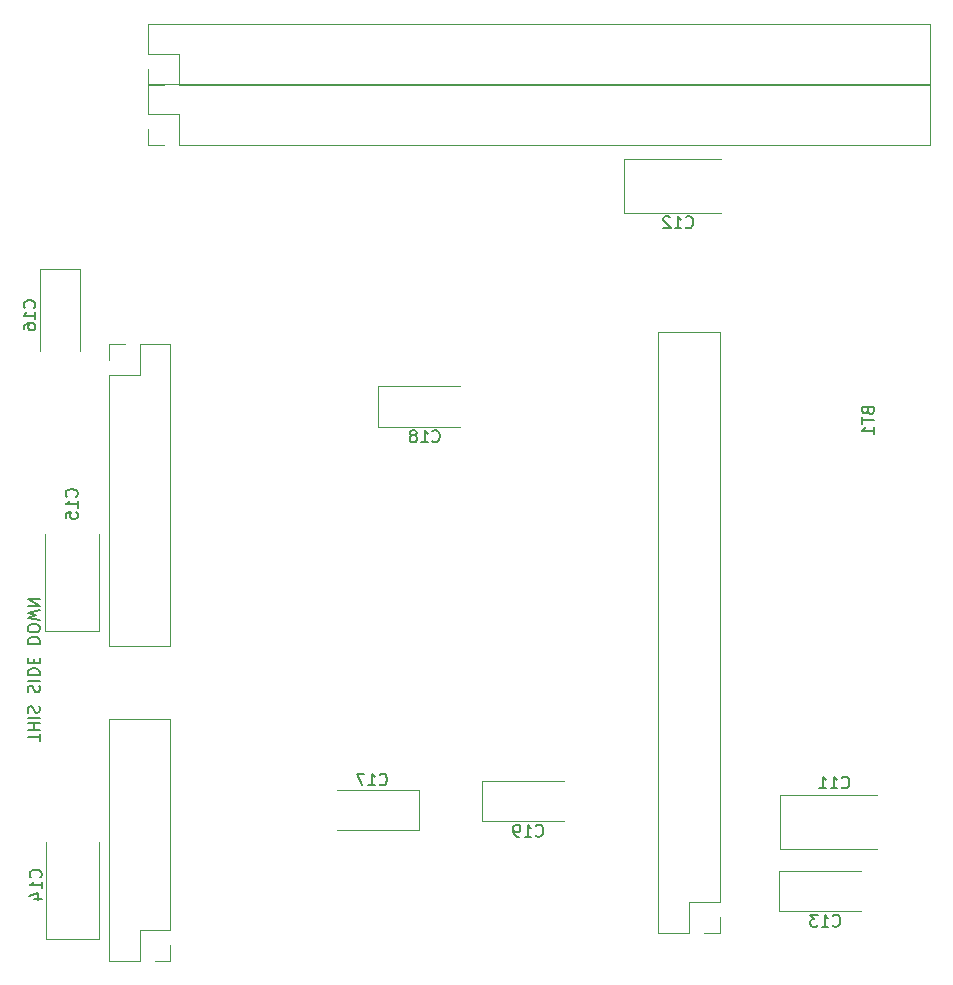
<source format=gbr>
%TF.GenerationSoftware,KiCad,Pcbnew,(5.1.9)-1*%
%TF.CreationDate,2021-11-26T10:57:34-05:00*%
%TF.ProjectId,REVERB Interface,52455645-5242-4204-996e-746572666163,rev?*%
%TF.SameCoordinates,Original*%
%TF.FileFunction,Legend,Bot*%
%TF.FilePolarity,Positive*%
%FSLAX46Y46*%
G04 Gerber Fmt 4.6, Leading zero omitted, Abs format (unit mm)*
G04 Created by KiCad (PCBNEW (5.1.9)-1) date 2021-11-26 10:57:34*
%MOMM*%
%LPD*%
G01*
G04 APERTURE LIST*
%ADD10C,0.150000*%
%ADD11C,0.120000*%
G04 APERTURE END LIST*
D10*
X110275619Y-117323428D02*
X110275619Y-116752000D01*
X109275619Y-117037714D02*
X110275619Y-117037714D01*
X109275619Y-116418666D02*
X110275619Y-116418666D01*
X109799428Y-116418666D02*
X109799428Y-115847238D01*
X109275619Y-115847238D02*
X110275619Y-115847238D01*
X109275619Y-115371047D02*
X110275619Y-115371047D01*
X109323238Y-114942476D02*
X109275619Y-114799619D01*
X109275619Y-114561523D01*
X109323238Y-114466285D01*
X109370857Y-114418666D01*
X109466095Y-114371047D01*
X109561333Y-114371047D01*
X109656571Y-114418666D01*
X109704190Y-114466285D01*
X109751809Y-114561523D01*
X109799428Y-114752000D01*
X109847047Y-114847238D01*
X109894666Y-114894857D01*
X109989904Y-114942476D01*
X110085142Y-114942476D01*
X110180380Y-114894857D01*
X110228000Y-114847238D01*
X110275619Y-114752000D01*
X110275619Y-114513904D01*
X110228000Y-114371047D01*
X109323238Y-113228190D02*
X109275619Y-113085333D01*
X109275619Y-112847238D01*
X109323238Y-112752000D01*
X109370857Y-112704380D01*
X109466095Y-112656761D01*
X109561333Y-112656761D01*
X109656571Y-112704380D01*
X109704190Y-112752000D01*
X109751809Y-112847238D01*
X109799428Y-113037714D01*
X109847047Y-113132952D01*
X109894666Y-113180571D01*
X109989904Y-113228190D01*
X110085142Y-113228190D01*
X110180380Y-113180571D01*
X110228000Y-113132952D01*
X110275619Y-113037714D01*
X110275619Y-112799619D01*
X110228000Y-112656761D01*
X109275619Y-112228190D02*
X110275619Y-112228190D01*
X109275619Y-111752000D02*
X110275619Y-111752000D01*
X110275619Y-111513904D01*
X110228000Y-111371047D01*
X110132761Y-111275809D01*
X110037523Y-111228190D01*
X109847047Y-111180571D01*
X109704190Y-111180571D01*
X109513714Y-111228190D01*
X109418476Y-111275809D01*
X109323238Y-111371047D01*
X109275619Y-111513904D01*
X109275619Y-111752000D01*
X109799428Y-110752000D02*
X109799428Y-110418666D01*
X109275619Y-110275809D02*
X109275619Y-110752000D01*
X110275619Y-110752000D01*
X110275619Y-110275809D01*
X109275619Y-109085333D02*
X110275619Y-109085333D01*
X110275619Y-108847238D01*
X110228000Y-108704380D01*
X110132761Y-108609142D01*
X110037523Y-108561523D01*
X109847047Y-108513904D01*
X109704190Y-108513904D01*
X109513714Y-108561523D01*
X109418476Y-108609142D01*
X109323238Y-108704380D01*
X109275619Y-108847238D01*
X109275619Y-109085333D01*
X110275619Y-107894857D02*
X110275619Y-107704380D01*
X110228000Y-107609142D01*
X110132761Y-107513904D01*
X109942285Y-107466285D01*
X109608952Y-107466285D01*
X109418476Y-107513904D01*
X109323238Y-107609142D01*
X109275619Y-107704380D01*
X109275619Y-107894857D01*
X109323238Y-107990095D01*
X109418476Y-108085333D01*
X109608952Y-108132952D01*
X109942285Y-108132952D01*
X110132761Y-108085333D01*
X110228000Y-107990095D01*
X110275619Y-107894857D01*
X110275619Y-107132952D02*
X109275619Y-106894857D01*
X109989904Y-106704380D01*
X109275619Y-106513904D01*
X110275619Y-106275809D01*
X109275619Y-105894857D02*
X110275619Y-105894857D01*
X109275619Y-105323428D01*
X110275619Y-105323428D01*
D11*
%TO.C,C19*%
X147713000Y-120718000D02*
X154648000Y-120718000D01*
X147713000Y-124138000D02*
X147713000Y-120718000D01*
X154648000Y-124138000D02*
X147713000Y-124138000D01*
%TO.C,C18*%
X138950000Y-87317000D02*
X145885000Y-87317000D01*
X138950000Y-90737000D02*
X138950000Y-87317000D01*
X145885000Y-90737000D02*
X138950000Y-90737000D01*
%TO.C,C17*%
X142355000Y-124900000D02*
X135420000Y-124900000D01*
X142355000Y-121480000D02*
X142355000Y-124900000D01*
X135420000Y-121480000D02*
X142355000Y-121480000D01*
%TO.C,C16*%
X113724000Y-77361000D02*
X113724000Y-84296000D01*
X110304000Y-77361000D02*
X113724000Y-77361000D01*
X110304000Y-84296000D02*
X110304000Y-77361000D01*
%TO.C,C15*%
X110770000Y-108065000D02*
X110770000Y-99830000D01*
X115290000Y-108065000D02*
X110770000Y-108065000D01*
X115290000Y-99830000D02*
X115290000Y-108065000D01*
%TO.C,C14*%
X110795000Y-134100000D02*
X110795000Y-125865000D01*
X115315000Y-134100000D02*
X110795000Y-134100000D01*
X115315000Y-125865000D02*
X115315000Y-134100000D01*
%TO.C,C13*%
X172849000Y-128338000D02*
X179784000Y-128338000D01*
X172849000Y-131758000D02*
X172849000Y-128338000D01*
X179784000Y-131758000D02*
X172849000Y-131758000D01*
%TO.C,C12*%
X159753000Y-68098000D02*
X167988000Y-68098000D01*
X159753000Y-72618000D02*
X159753000Y-68098000D01*
X167988000Y-72618000D02*
X159753000Y-72618000D01*
%TO.C,C11*%
X172961000Y-121946000D02*
X181196000Y-121946000D01*
X172961000Y-126466000D02*
X172961000Y-121946000D01*
X181196000Y-126466000D02*
X172961000Y-126466000D01*
%TO.C,J3*%
X117475000Y-83760000D02*
X116145000Y-83760000D01*
X116145000Y-83760000D02*
X116145000Y-85090000D01*
X118745000Y-83760000D02*
X118745000Y-86360000D01*
X118745000Y-86360000D02*
X116145000Y-86360000D01*
X116145000Y-86360000D02*
X116145000Y-109280000D01*
X121345000Y-109280000D02*
X116145000Y-109280000D01*
X121345000Y-83760000D02*
X121345000Y-109280000D01*
X121345000Y-83760000D02*
X118745000Y-83760000D01*
%TO.C,J2*%
X120015000Y-135950000D02*
X121345000Y-135950000D01*
X121345000Y-135950000D02*
X121345000Y-134620000D01*
X118745000Y-135950000D02*
X118745000Y-133350000D01*
X118745000Y-133350000D02*
X121345000Y-133350000D01*
X121345000Y-133350000D02*
X121345000Y-115510000D01*
X116145000Y-115510000D02*
X121345000Y-115510000D01*
X116145000Y-135950000D02*
X116145000Y-115510000D01*
X116145000Y-135950000D02*
X118745000Y-135950000D01*
%TO.C,J1*%
X166510000Y-133604000D02*
X167840000Y-133604000D01*
X167840000Y-133604000D02*
X167840000Y-132274000D01*
X165240000Y-133604000D02*
X165240000Y-131004000D01*
X165240000Y-131004000D02*
X167840000Y-131004000D01*
X167840000Y-131004000D02*
X167840000Y-82684000D01*
X162640000Y-82684000D02*
X167840000Y-82684000D01*
X162640000Y-133604000D02*
X162640000Y-82684000D01*
X162640000Y-133604000D02*
X165240000Y-133604000D01*
%TO.C,H2*%
X119476000Y-56609000D02*
X119476000Y-59209000D01*
X119476000Y-56609000D02*
X185636000Y-56609000D01*
X185636000Y-56609000D02*
X185636000Y-61809000D01*
X122076000Y-61809000D02*
X185636000Y-61809000D01*
X122076000Y-59209000D02*
X122076000Y-61809000D01*
X119476000Y-59209000D02*
X122076000Y-59209000D01*
X119476000Y-61809000D02*
X120806000Y-61809000D01*
X119476000Y-60479000D02*
X119476000Y-61809000D01*
%TO.C,H1*%
X119476000Y-61689000D02*
X119476000Y-64289000D01*
X119476000Y-61689000D02*
X185636000Y-61689000D01*
X185636000Y-61689000D02*
X185636000Y-66889000D01*
X122076000Y-66889000D02*
X185636000Y-66889000D01*
X122076000Y-64289000D02*
X122076000Y-66889000D01*
X119476000Y-64289000D02*
X122076000Y-64289000D01*
X119476000Y-66889000D02*
X120806000Y-66889000D01*
X119476000Y-65559000D02*
X119476000Y-66889000D01*
%TO.C,BT1*%
D10*
X180387571Y-89384285D02*
X180435190Y-89527142D01*
X180482809Y-89574761D01*
X180578047Y-89622380D01*
X180720904Y-89622380D01*
X180816142Y-89574761D01*
X180863761Y-89527142D01*
X180911380Y-89431904D01*
X180911380Y-89050952D01*
X179911380Y-89050952D01*
X179911380Y-89384285D01*
X179959000Y-89479523D01*
X180006619Y-89527142D01*
X180101857Y-89574761D01*
X180197095Y-89574761D01*
X180292333Y-89527142D01*
X180339952Y-89479523D01*
X180387571Y-89384285D01*
X180387571Y-89050952D01*
X179911380Y-89908095D02*
X179911380Y-90479523D01*
X180911380Y-90193809D02*
X179911380Y-90193809D01*
X180911380Y-91336666D02*
X180911380Y-90765238D01*
X180911380Y-91050952D02*
X179911380Y-91050952D01*
X180054238Y-90955714D01*
X180149476Y-90860476D01*
X180197095Y-90765238D01*
%TO.C,C19*%
X152290857Y-125335142D02*
X152338476Y-125382761D01*
X152481333Y-125430380D01*
X152576571Y-125430380D01*
X152719428Y-125382761D01*
X152814666Y-125287523D01*
X152862285Y-125192285D01*
X152909904Y-125001809D01*
X152909904Y-124858952D01*
X152862285Y-124668476D01*
X152814666Y-124573238D01*
X152719428Y-124478000D01*
X152576571Y-124430380D01*
X152481333Y-124430380D01*
X152338476Y-124478000D01*
X152290857Y-124525619D01*
X151338476Y-125430380D02*
X151909904Y-125430380D01*
X151624190Y-125430380D02*
X151624190Y-124430380D01*
X151719428Y-124573238D01*
X151814666Y-124668476D01*
X151909904Y-124716095D01*
X150862285Y-125430380D02*
X150671809Y-125430380D01*
X150576571Y-125382761D01*
X150528952Y-125335142D01*
X150433714Y-125192285D01*
X150386095Y-125001809D01*
X150386095Y-124620857D01*
X150433714Y-124525619D01*
X150481333Y-124478000D01*
X150576571Y-124430380D01*
X150767047Y-124430380D01*
X150862285Y-124478000D01*
X150909904Y-124525619D01*
X150957523Y-124620857D01*
X150957523Y-124858952D01*
X150909904Y-124954190D01*
X150862285Y-125001809D01*
X150767047Y-125049428D01*
X150576571Y-125049428D01*
X150481333Y-125001809D01*
X150433714Y-124954190D01*
X150386095Y-124858952D01*
%TO.C,C18*%
X143527857Y-91934142D02*
X143575476Y-91981761D01*
X143718333Y-92029380D01*
X143813571Y-92029380D01*
X143956428Y-91981761D01*
X144051666Y-91886523D01*
X144099285Y-91791285D01*
X144146904Y-91600809D01*
X144146904Y-91457952D01*
X144099285Y-91267476D01*
X144051666Y-91172238D01*
X143956428Y-91077000D01*
X143813571Y-91029380D01*
X143718333Y-91029380D01*
X143575476Y-91077000D01*
X143527857Y-91124619D01*
X142575476Y-92029380D02*
X143146904Y-92029380D01*
X142861190Y-92029380D02*
X142861190Y-91029380D01*
X142956428Y-91172238D01*
X143051666Y-91267476D01*
X143146904Y-91315095D01*
X142004047Y-91457952D02*
X142099285Y-91410333D01*
X142146904Y-91362714D01*
X142194523Y-91267476D01*
X142194523Y-91219857D01*
X142146904Y-91124619D01*
X142099285Y-91077000D01*
X142004047Y-91029380D01*
X141813571Y-91029380D01*
X141718333Y-91077000D01*
X141670714Y-91124619D01*
X141623095Y-91219857D01*
X141623095Y-91267476D01*
X141670714Y-91362714D01*
X141718333Y-91410333D01*
X141813571Y-91457952D01*
X142004047Y-91457952D01*
X142099285Y-91505571D01*
X142146904Y-91553190D01*
X142194523Y-91648428D01*
X142194523Y-91838904D01*
X142146904Y-91934142D01*
X142099285Y-91981761D01*
X142004047Y-92029380D01*
X141813571Y-92029380D01*
X141718333Y-91981761D01*
X141670714Y-91934142D01*
X141623095Y-91838904D01*
X141623095Y-91648428D01*
X141670714Y-91553190D01*
X141718333Y-91505571D01*
X141813571Y-91457952D01*
%TO.C,C17*%
X139062857Y-120997142D02*
X139110476Y-121044761D01*
X139253333Y-121092380D01*
X139348571Y-121092380D01*
X139491428Y-121044761D01*
X139586666Y-120949523D01*
X139634285Y-120854285D01*
X139681904Y-120663809D01*
X139681904Y-120520952D01*
X139634285Y-120330476D01*
X139586666Y-120235238D01*
X139491428Y-120140000D01*
X139348571Y-120092380D01*
X139253333Y-120092380D01*
X139110476Y-120140000D01*
X139062857Y-120187619D01*
X138110476Y-121092380D02*
X138681904Y-121092380D01*
X138396190Y-121092380D02*
X138396190Y-120092380D01*
X138491428Y-120235238D01*
X138586666Y-120330476D01*
X138681904Y-120378095D01*
X137777142Y-120092380D02*
X137110476Y-120092380D01*
X137539047Y-121092380D01*
%TO.C,C16*%
X109821142Y-80653142D02*
X109868761Y-80605523D01*
X109916380Y-80462666D01*
X109916380Y-80367428D01*
X109868761Y-80224571D01*
X109773523Y-80129333D01*
X109678285Y-80081714D01*
X109487809Y-80034095D01*
X109344952Y-80034095D01*
X109154476Y-80081714D01*
X109059238Y-80129333D01*
X108964000Y-80224571D01*
X108916380Y-80367428D01*
X108916380Y-80462666D01*
X108964000Y-80605523D01*
X109011619Y-80653142D01*
X109916380Y-81605523D02*
X109916380Y-81034095D01*
X109916380Y-81319809D02*
X108916380Y-81319809D01*
X109059238Y-81224571D01*
X109154476Y-81129333D01*
X109202095Y-81034095D01*
X108916380Y-82462666D02*
X108916380Y-82272190D01*
X108964000Y-82176952D01*
X109011619Y-82129333D01*
X109154476Y-82034095D01*
X109344952Y-81986476D01*
X109725904Y-81986476D01*
X109821142Y-82034095D01*
X109868761Y-82081714D01*
X109916380Y-82176952D01*
X109916380Y-82367428D01*
X109868761Y-82462666D01*
X109821142Y-82510285D01*
X109725904Y-82557904D01*
X109487809Y-82557904D01*
X109392571Y-82510285D01*
X109344952Y-82462666D01*
X109297333Y-82367428D01*
X109297333Y-82176952D01*
X109344952Y-82081714D01*
X109392571Y-82034095D01*
X109487809Y-81986476D01*
%TO.C,C15*%
X113387142Y-96639142D02*
X113434761Y-96591523D01*
X113482380Y-96448666D01*
X113482380Y-96353428D01*
X113434761Y-96210571D01*
X113339523Y-96115333D01*
X113244285Y-96067714D01*
X113053809Y-96020095D01*
X112910952Y-96020095D01*
X112720476Y-96067714D01*
X112625238Y-96115333D01*
X112530000Y-96210571D01*
X112482380Y-96353428D01*
X112482380Y-96448666D01*
X112530000Y-96591523D01*
X112577619Y-96639142D01*
X113482380Y-97591523D02*
X113482380Y-97020095D01*
X113482380Y-97305809D02*
X112482380Y-97305809D01*
X112625238Y-97210571D01*
X112720476Y-97115333D01*
X112768095Y-97020095D01*
X112482380Y-98496285D02*
X112482380Y-98020095D01*
X112958571Y-97972476D01*
X112910952Y-98020095D01*
X112863333Y-98115333D01*
X112863333Y-98353428D01*
X112910952Y-98448666D01*
X112958571Y-98496285D01*
X113053809Y-98543904D01*
X113291904Y-98543904D01*
X113387142Y-98496285D01*
X113434761Y-98448666D01*
X113482380Y-98353428D01*
X113482380Y-98115333D01*
X113434761Y-98020095D01*
X113387142Y-97972476D01*
%TO.C,C14*%
X110339142Y-128872142D02*
X110386761Y-128824523D01*
X110434380Y-128681666D01*
X110434380Y-128586428D01*
X110386761Y-128443571D01*
X110291523Y-128348333D01*
X110196285Y-128300714D01*
X110005809Y-128253095D01*
X109862952Y-128253095D01*
X109672476Y-128300714D01*
X109577238Y-128348333D01*
X109482000Y-128443571D01*
X109434380Y-128586428D01*
X109434380Y-128681666D01*
X109482000Y-128824523D01*
X109529619Y-128872142D01*
X110434380Y-129824523D02*
X110434380Y-129253095D01*
X110434380Y-129538809D02*
X109434380Y-129538809D01*
X109577238Y-129443571D01*
X109672476Y-129348333D01*
X109720095Y-129253095D01*
X109767714Y-130681666D02*
X110434380Y-130681666D01*
X109386761Y-130443571D02*
X110101047Y-130205476D01*
X110101047Y-130824523D01*
%TO.C,C13*%
X177426857Y-132955142D02*
X177474476Y-133002761D01*
X177617333Y-133050380D01*
X177712571Y-133050380D01*
X177855428Y-133002761D01*
X177950666Y-132907523D01*
X177998285Y-132812285D01*
X178045904Y-132621809D01*
X178045904Y-132478952D01*
X177998285Y-132288476D01*
X177950666Y-132193238D01*
X177855428Y-132098000D01*
X177712571Y-132050380D01*
X177617333Y-132050380D01*
X177474476Y-132098000D01*
X177426857Y-132145619D01*
X176474476Y-133050380D02*
X177045904Y-133050380D01*
X176760190Y-133050380D02*
X176760190Y-132050380D01*
X176855428Y-132193238D01*
X176950666Y-132288476D01*
X177045904Y-132336095D01*
X176141142Y-132050380D02*
X175522095Y-132050380D01*
X175855428Y-132431333D01*
X175712571Y-132431333D01*
X175617333Y-132478952D01*
X175569714Y-132526571D01*
X175522095Y-132621809D01*
X175522095Y-132859904D01*
X175569714Y-132955142D01*
X175617333Y-133002761D01*
X175712571Y-133050380D01*
X175998285Y-133050380D01*
X176093523Y-133002761D01*
X176141142Y-132955142D01*
%TO.C,C12*%
X164980857Y-73815142D02*
X165028476Y-73862761D01*
X165171333Y-73910380D01*
X165266571Y-73910380D01*
X165409428Y-73862761D01*
X165504666Y-73767523D01*
X165552285Y-73672285D01*
X165599904Y-73481809D01*
X165599904Y-73338952D01*
X165552285Y-73148476D01*
X165504666Y-73053238D01*
X165409428Y-72958000D01*
X165266571Y-72910380D01*
X165171333Y-72910380D01*
X165028476Y-72958000D01*
X164980857Y-73005619D01*
X164028476Y-73910380D02*
X164599904Y-73910380D01*
X164314190Y-73910380D02*
X164314190Y-72910380D01*
X164409428Y-73053238D01*
X164504666Y-73148476D01*
X164599904Y-73196095D01*
X163647523Y-73005619D02*
X163599904Y-72958000D01*
X163504666Y-72910380D01*
X163266571Y-72910380D01*
X163171333Y-72958000D01*
X163123714Y-73005619D01*
X163076095Y-73100857D01*
X163076095Y-73196095D01*
X163123714Y-73338952D01*
X163695142Y-73910380D01*
X163076095Y-73910380D01*
%TO.C,C11*%
X178188857Y-121261142D02*
X178236476Y-121308761D01*
X178379333Y-121356380D01*
X178474571Y-121356380D01*
X178617428Y-121308761D01*
X178712666Y-121213523D01*
X178760285Y-121118285D01*
X178807904Y-120927809D01*
X178807904Y-120784952D01*
X178760285Y-120594476D01*
X178712666Y-120499238D01*
X178617428Y-120404000D01*
X178474571Y-120356380D01*
X178379333Y-120356380D01*
X178236476Y-120404000D01*
X178188857Y-120451619D01*
X177236476Y-121356380D02*
X177807904Y-121356380D01*
X177522190Y-121356380D02*
X177522190Y-120356380D01*
X177617428Y-120499238D01*
X177712666Y-120594476D01*
X177807904Y-120642095D01*
X176284095Y-121356380D02*
X176855523Y-121356380D01*
X176569809Y-121356380D02*
X176569809Y-120356380D01*
X176665047Y-120499238D01*
X176760285Y-120594476D01*
X176855523Y-120642095D01*
%TD*%
M02*

</source>
